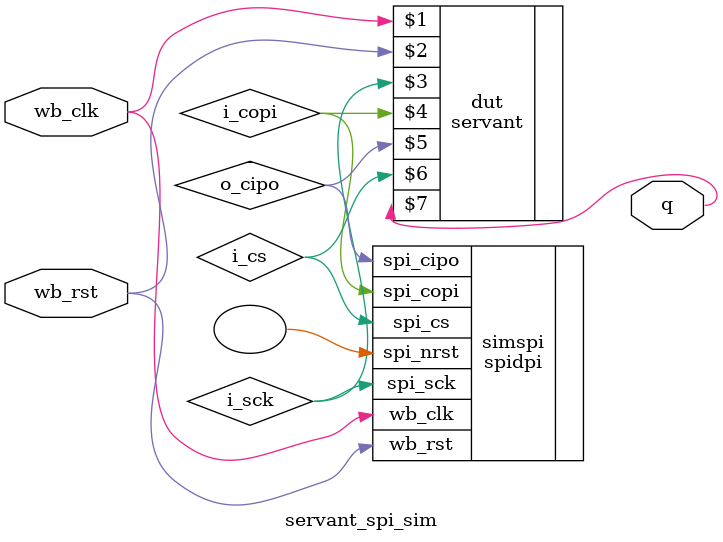
<source format=v>
`default_nettype none
module servant_spi_sim
  (input wire  wb_clk,
   input wire  wb_rst,
   output wire q);

   wire  i_sck;
   wire  i_copi;
   wire  o_cipo;
   wire  i_cs;

   parameter memfile = "";
   parameter memsize = 8192;
   parameter with_csr = 1;

   reg [1023:0] firmware_file;
   parameter rbbport = 44853;
   `ifndef YOSYS
   initial
     if ($value$plusargs("firmware=%s", firmware_file)) begin
	$display("Loading RAM from %0s", firmware_file);
	$readmemh(firmware_file, dut.ram.mem);
     end
   `endif

   spidpi #(
     .ListenPort(rbbport)
   ) simspi (
     .wb_clk(wb_clk),
     .wb_rst(wb_rst),
     .spi_sck(i_sck),
     .spi_copi(i_copi),
     .spi_cipo(o_cipo),
     .spi_cs(i_cs),
     .spi_nrst()
   );

   servant
     #(.memfile  (memfile),
       .memsize  (memsize),
       .sim      (1),
       .with_csr (with_csr))
   dut(wb_clk, wb_rst, i_sck, i_copi, o_cipo, i_cs, q);//SPI interface

endmodule

</source>
